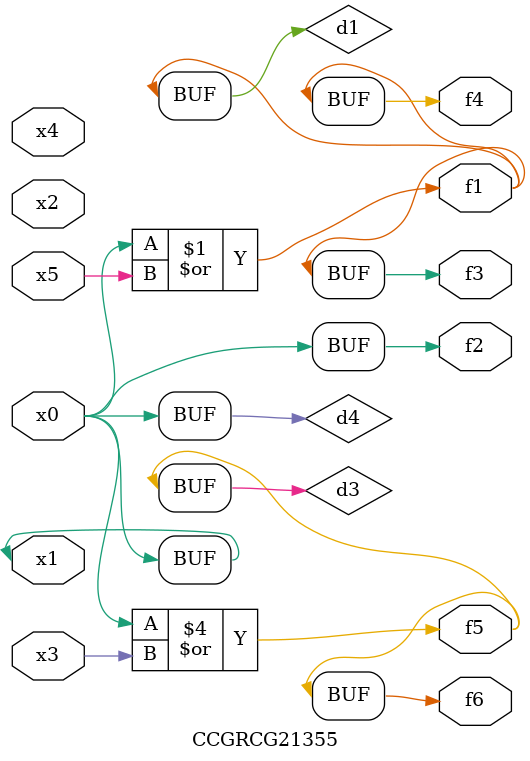
<source format=v>
module CCGRCG21355(
	input x0, x1, x2, x3, x4, x5,
	output f1, f2, f3, f4, f5, f6
);

	wire d1, d2, d3, d4;

	or (d1, x0, x5);
	xnor (d2, x1, x4);
	or (d3, x0, x3);
	buf (d4, x0, x1);
	assign f1 = d1;
	assign f2 = d4;
	assign f3 = d1;
	assign f4 = d1;
	assign f5 = d3;
	assign f6 = d3;
endmodule

</source>
